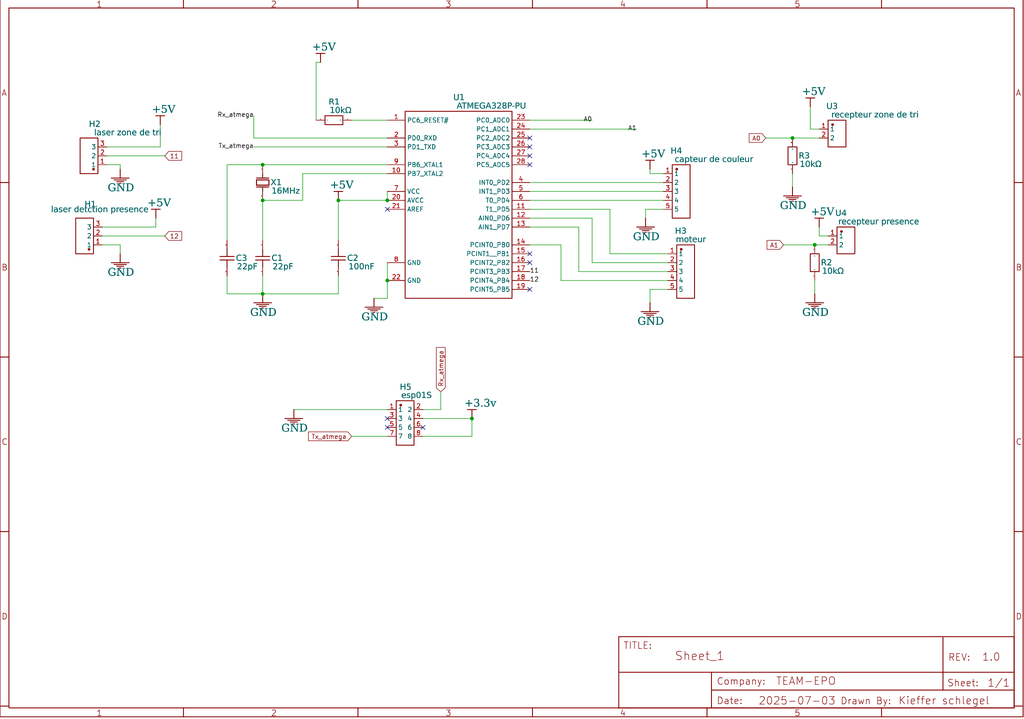
<source format=kicad_sch>
(kicad_sch (version 20250114) (generator "eeschema") (generator_version "9.0")
  (paper "User" 292.1 205.105)
  (lib_symbols
    (symbol "+3.3v" (power) (pin_numbers (hide yes)) (pin_names (hide yes))
      (property "Value" "+3.3v" (at 0 -3.81 0))
      (symbol "+3.3v_0_0"
        (polyline (pts (xy -1.27 -2.54) (xy 1.27 -2.54)) (stroke (width 0.254)))
        (polyline (pts (xy 0 0) (xy 0 -2.54)) (stroke (width 0.254)))
        (pin power_in line (at 0 0 270) (length 0) (name "+3.3v") (number "1"))
      )
    )
    (symbol "+5V" (power) (pin_numbers (hide yes)) (pin_names (hide yes))
      (property "Value" "+5V" (at 0 -3.81 0))
      (symbol "+5V_0_0"
        (polyline (pts (xy -1.27 -2.54) (xy 1.27 -2.54)) (stroke (width 0.254)))
        (polyline (pts (xy 0 0) (xy 0 -2.54)) (stroke (width 0.254)))
        (pin power_in line (at 0 0 270) (length 0) (name "+5V") (number "1"))
      )
    )
    (symbol "ATMEGA328P-PU"
      (property "Reference" "U1" (at -1.4986 31.4833 0))
      (property "Value" "ATMEGA328P-PU" (at -1.4986 29.1211 0))
      (symbol "ATMEGA328P-PU_0_0"
        (rectangle (start -15.24 26.67) (end 15.24 -26.67) (stroke (width 0.254)))
        (pin bidirectional line (at -20.32 24.13 0) (length 5.08) (name "PC6_RESET#") (number "1"))
        (pin bidirectional line (at -20.32 19.05 0) (length 5.08) (name "PD0_RXD") (number "2"))
        (pin bidirectional line (at -20.32 16.51 0) (length 5.08) (name "PD1_TXD") (number "3"))
        (pin bidirectional line (at -20.32 11.43 0) (length 5.08) (name "PB6_XTAL1") (number "9"))
        (pin bidirectional line (at -20.32 8.89 0) (length 5.08) (name "PB7_XTAL2") (number "10"))
        (pin passive line (at -20.32 3.81 0) (length 5.08) (name "VCC") (number "7"))
        (pin passive line (at -20.32 1.27 0) (length 5.08) (name "AVCC") (number "20"))
        (pin passive line (at -20.32 -1.27 0) (length 5.08) (name "AREF") (number "21"))
        (pin passive line (at -20.32 -16.51 0) (length 5.08) (name "GND") (number "8"))
        (pin passive line (at -20.32 -21.59 0) (length 5.08) (name "GND") (number "22"))
        (pin bidirectional line (at 20.32 24.13 180) (length 5.08) (name "PC0_ADC0") (number "23"))
        (pin bidirectional line (at 20.32 21.59 180) (length 5.08) (name "PC1_ADC1") (number "24"))
        (pin bidirectional line (at 20.32 19.05 180) (length 5.08) (name "PC2_ADC2") (number "25"))
        (pin bidirectional line (at 20.32 16.51 180) (length 5.08) (name "PC3_ADC3") (number "26"))
        (pin bidirectional line (at 20.32 13.97 180) (length 5.08) (name "PC4_ADC4") (number "27"))
        (pin bidirectional line (at 20.32 11.43 180) (length 5.08) (name "PC5_ADC5") (number "28"))
        (pin bidirectional line (at 20.32 6.35 180) (length 5.08) (name "INT0_PD2") (number "4"))
        (pin bidirectional line (at 20.32 3.81 180) (length 5.08) (name "INT1_PD3") (number "5"))
        (pin bidirectional line (at 20.32 1.27 180) (length 5.08) (name "T0_PD4") (number "6"))
        (pin bidirectional line (at 20.32 -1.27 180) (length 5.08) (name "T1_PD5") (number "11"))
        (pin bidirectional line (at 20.32 -3.81 180) (length 5.08) (name "AIN0_PD6") (number "12"))
        (pin bidirectional line (at 20.32 -6.35 180) (length 5.08) (name "AIN1_PD7") (number "13"))
        (pin bidirectional line (at 20.32 -11.43 180) (length 5.08) (name "PCINT0_PB0") (number "14"))
        (pin bidirectional line (at 20.32 -13.97 180) (length 5.08) (name "PCINT1__PB1") (number "15"))
        (pin bidirectional line (at 20.32 -16.51 180) (length 5.08) (name "PCINT2_PB2") (number "16"))
        (pin bidirectional line (at 20.32 -19.05 180) (length 5.08) (name "PCINT3_PB3") (number "17"))
        (pin bidirectional line (at 20.32 -21.59 180) (length 5.08) (name "PCINT4_PB4") (number "18"))
        (pin bidirectional line (at 20.32 -24.13 180) (length 5.08) (name "PCINT5_PB5") (number "19"))
      )
    )
    (symbol "GND" (power) (pin_numbers (hide yes)) (pin_names (hide yes))
      (property "Value" "GND" (at 0 -6.35 0))
      (symbol "GND_0_0"
        (polyline (pts (xy -2.54 -2.54) (xy 2.54 -2.54)) (stroke (width 0.254)))
        (polyline (pts (xy -1.778 -3.048) (xy 1.778 -3.048)) (stroke (width 0.254)))
        (polyline (pts (xy -1.016 -3.556) (xy 1.016 -3.556)) (stroke (width 0.254)))
        (polyline (pts (xy -0.254 -4.064) (xy 0.254 -4.064)) (stroke (width 0.254)))
        (polyline (pts (xy 0 0) (xy 0 -2.54)) (stroke (width 0.254)))
        (pin power_in line (at 0 0 270) (length 0) (name "GND") (number "1"))
      )
    )
    (symbol "MBB02070C1002FCT00"
      (property "Reference" "R1" (at -1.4986 6.0833 0))
      (property "Value" "10kΩ" (at -1.4986 3.7211 0))
      (symbol "MBB02070C1002FCT00_0_0"
        (rectangle (start -2.54 1.27) (end 2.54 -1.27) (stroke (width 0.254)))
        (pin unspecified line (at -5.08 0 0) (length 2.54) (name "1") (number "1"))
        (pin unspecified line (at 5.08 0 180) (length 2.54) (name "2") (number "2"))
      )
    )
    (symbol "MBB02070C1002FCT00_1"
      (property "Reference" "R2" (at 1.778 0.8763 0))
      (property "Value" "10kΩ" (at 1.778 -1.4859 0))
      (symbol "MBB02070C1002FCT00_1_0_0"
        (rectangle (start -1.27 2.54) (end 1.27 -2.54) (stroke (width 0.254)))
        (pin unspecified line (at 0 5.08 270) (length 2.54) (name "2") (number "2"))
        (pin unspecified line (at 0 -5.08 90) (length 2.54) (name "1") (number "1"))
      )
    )
    (symbol "MBB02070C1002FCT00_2"
      (property "Reference" "R3" (at 1.778 0.8763 0))
      (property "Value" "10kΩ" (at 1.778 -1.4859 0))
      (symbol "MBB02070C1002FCT00_2_0_0"
        (rectangle (start -1.27 2.54) (end 1.27 -2.54) (stroke (width 0.254)))
        (pin unspecified line (at 0 5.08 270) (length 2.54) (name "2") (number "2"))
        (pin unspecified line (at 0 -5.08 90) (length 2.54) (name "1") (number "1"))
      )
    )
    (symbol "PZ254V-11-03P_C2937625"
      (property "Reference" "H1" (at 0 9.8933 0))
      (property "Value" "laser detction presence" (at -10.9728 8.4709 0))
      (symbol "PZ254V-11-03P_C2937625_0_0"
        (rectangle (start -2.54 5.08) (end 2.54 -5.08) (stroke (width 0.254)))
        (circle (center 1.27 -3.81) (radius 0.254) (stroke (width 0.254)) (fill (type outline)))
        (pin unspecified line (at 5.08 2.54 180) (length 2.54) (name "3") (number "3"))
        (pin unspecified line (at 5.08 0 180) (length 2.54) (name "2") (number "2"))
        (pin unspecified line (at 5.08 -2.54 180) (length 2.54) (name "1") (number "1"))
      )
    )
    (symbol "PZ254V-11-03P_C2937625_1"
      (property "Reference" "H2" (at 0 9.8933 0))
      (property "Value" "laser zone de tri" (at 0 7.5311 0))
      (symbol "PZ254V-11-03P_C2937625_1_0_0"
        (rectangle (start -2.54 5.08) (end 2.54 -5.08) (stroke (width 0.254)))
        (circle (center 1.27 -3.81) (radius 0.254) (stroke (width 0.254)) (fill (type outline)))
        (pin unspecified line (at 5.08 2.54 180) (length 2.54) (name "3") (number "3"))
        (pin unspecified line (at 5.08 0 180) (length 2.54) (name "2") (number "2"))
        (pin unspecified line (at 5.08 -2.54 180) (length 2.54) (name "1") (number "1"))
      )
    )
    (symbol "PZ254V-11-05P"
      (property "Reference" "H3" (at -3.0226 12.4333 0))
      (property "Value" "moteur" (at -3.0226 10.0711 0))
      (symbol "PZ254V-11-05P_0_0"
        (rectangle (start -2.54 7.62) (end 2.54 -7.62) (stroke (width 0.254)))
        (circle (center -1.27 6.35) (radius 0.254) (stroke (width 0.254)) (fill (type outline)))
        (pin unspecified line (at -5.08 5.08 0) (length 2.54) (name "1") (number "1"))
        (pin unspecified line (at -5.08 2.54 0) (length 2.54) (name "2") (number "2"))
        (pin unspecified line (at -5.08 0 0) (length 2.54) (name "3") (number "3"))
        (pin unspecified line (at -5.08 -2.54 0) (length 2.54) (name "4") (number "4"))
        (pin unspecified line (at -5.08 -5.08 0) (length 2.54) (name "5") (number "5"))
      )
    )
    (symbol "PZ254V-11-05P_1"
      (property "Reference" "H4" (at -3.0226 12.4333 0))
      (property "Value" "capteur de couleur" (at -3.0226 10.0711 0))
      (symbol "PZ254V-11-05P_1_0_0"
        (rectangle (start -2.54 7.62) (end 2.54 -7.62) (stroke (width 0.254)))
        (circle (center -1.27 6.35) (radius 0.254) (stroke (width 0.254)) (fill (type outline)))
        (pin unspecified line (at -5.08 5.08 0) (length 2.54) (name "1") (number "1"))
        (pin unspecified line (at -5.08 2.54 0) (length 2.54) (name "2") (number "2"))
        (pin unspecified line (at -5.08 0 0) (length 2.54) (name "3") (number "3"))
        (pin unspecified line (at -5.08 -2.54 0) (length 2.54) (name "4") (number "4"))
        (pin unspecified line (at -5.08 -5.08 0) (length 2.54) (name "5") (number "5"))
      )
    )
    (symbol "Unknown_0_-806"
      (symbol "Unknown_0_-806_0_0"
        (rectangle (start 0 0) (end 291.846 -204.724) (stroke (width 0.254)))
        (rectangle (start 2.54 -2.54) (end 289.306 -202.184) (stroke (width 0.254)))
        (polyline (pts (xy 2.54 -52.324) (xy 0 -52.324)) (stroke (width 0.254)))
        (polyline (pts (xy 2.54 -102.108) (xy 0 -102.108)) (stroke (width 0.254)))
        (polyline (pts (xy 2.54 -151.892) (xy 0 -151.892)) (stroke (width 0.254)))
        (polyline (pts (xy 2.54 -201.676) (xy 0 -201.676)) (stroke (width 0.254)))
        (polyline (pts (xy 52.324 -2.54) (xy 52.324 0)) (stroke (width 0.254)))
        (polyline (pts (xy 52.324 -202.184) (xy 52.324 -204.724)) (stroke (width 0.254)))
        (polyline (pts (xy 102.108 -2.54) (xy 102.108 0)) (stroke (width 0.254)))
        (polyline (pts (xy 102.108 -202.184) (xy 102.108 -204.724)) (stroke (width 0.254)))
        (polyline (pts (xy 151.892 -2.54) (xy 151.892 0)) (stroke (width 0.254)))
        (polyline (pts (xy 151.892 -202.184) (xy 151.892 -204.724)) (stroke (width 0.254)))
        (rectangle (start 176.5046 -181.864) (end 289.2806 -202.184) (stroke (width 0.254)))
        (polyline (pts (xy 176.53 -192.024) (xy 289.052 -192.024)) (stroke (width 0.254)))
        (polyline (pts (xy 201.676 -2.54) (xy 201.676 0)) (stroke (width 0.254)))
        (polyline (pts (xy 201.676 -202.184) (xy 201.676 -204.724)) (stroke (width 0.254)))
        (polyline (pts (xy 202.946 -192.024) (xy 202.946 -202.184)) (stroke (width 0.254)))
        (polyline (pts (xy 202.946 -197.104) (xy 289.052 -197.104)) (stroke (width 0.254)))
        (polyline (pts (xy 251.46 -2.54) (xy 251.46 0)) (stroke (width 0.254)))
        (polyline (pts (xy 251.46 -202.184) (xy 251.46 -204.724)) (stroke (width 0.254)))
        (polyline (pts (xy 268.986 -182.118) (xy 268.986 -192.024)) (stroke (width 0.254)))
        (polyline (pts (xy 268.986 -192.024) (xy 268.986 -197.104)) (stroke (width 0.254)))
        (polyline (pts (xy 289.306 -52.324) (xy 291.846 -52.324)) (stroke (width 0.254)))
        (polyline (pts (xy 289.306 -102.108) (xy 291.846 -102.108)) (stroke (width 0.254)))
        (polyline (pts (xy 289.306 -151.892) (xy 291.846 -151.892)) (stroke (width 0.254)))
        (polyline (pts (xy 289.306 -201.676) (xy 291.846 -201.676)) (stroke (width 0.254)))
        (text "A" (at 0.381 -25.7429 0) (effects (font (size 1.6891 1.6891)) (justify left top)))
        (text "B" (at 0.381 -75.5269 0) (effects (font (size 1.6891 1.6891)) (justify left top)))
        (text "C" (at 0.381 -125.3109 0) (effects (font (size 1.6891 1.6891)) (justify left top)))
        (text "D" (at 0.381 -175.0949 0) (effects (font (size 1.6891 1.6891)) (justify left top)))
        (text "1" (at 27.432 -0.4699 0) (effects (font (size 1.6891 1.6891)) (justify left top)))
        (text "1" (at 27.432 -202.6539 0) (effects (font (size 1.6891 1.6891)) (justify left top)))
        (text "2" (at 77.216 -0.4699 0) (effects (font (size 1.6891 1.6891)) (justify left top)))
        (text "2" (at 77.216 -202.6539 0) (effects (font (size 1.6891 1.6891)) (justify left top)))
        (text "3" (at 127 -0.4699 0) (effects (font (size 1.6891 1.6891)) (justify left top)))
        (text "3" (at 127 -202.6539 0) (effects (font (size 1.6891 1.6891)) (justify left top)))
        (text "4" (at 176.784 -0.4699 0) (effects (font (size 1.6891 1.6891)) (justify left top)))
        (text "4" (at 176.784 -202.6539 0) (effects (font (size 1.6891 1.6891)) (justify left top)))
        (text "TITLE:" (at 177.7746 -183.2356 0) (effects (font (size 1.9304 1.9304)) (justify left top)))
        (text "Sheet_1" (at 192.4304 -185.928 0) (effects (font (size 2.413 2.413)) (justify left top)))
        (text "Company:" (at 204.3684 -193.4464 0) (effects (font (size 1.9304 1.9304)) (justify left top)))
        (text "Date:" (at 204.3684 -198.9836 0) (effects (font (size 1.9304 1.9304)) (justify left top)))
        (text "2025-07-03" (at 216.3064 -198.8439 0) (effects (font (size 2.1717 2.1717)) (justify left top)))
        (text "TEAM-EPO" (at 221.2848 -193.2305 0) (effects (font (size 2.1717 2.1717)) (justify left top)))
        (text "5" (at 226.568 -0.4699 0) (effects (font (size 1.6891 1.6891)) (justify left top)))
        (text "5" (at 226.568 -202.6539 0) (effects (font (size 1.6891 1.6891)) (justify left top)))
        (text "Drawn By:" (at 239.6744 -199.0344 0) (effects (font (size 1.9304 1.9304)) (justify left top)))
        (text "Kieffer schlegel" (at 256.1844 -198.7931 0) (effects (font (size 2.1717 2.1717)) (justify left top)))
        (text "Sheet:" (at 270.1544 -193.9036 0) (effects (font (size 1.9304 1.9304)) (justify left top)))
        (text "REV:" (at 270.4084 -186.5884 0) (effects (font (size 1.9304 1.9304)) (justify left top)))
        (text "1.0" (at 280.0604 -186.3471 0) (effects (font (size 2.1717 2.1717)) (justify left top)))
        (text "1/1" (at 281.5844 -193.7639 0) (effects (font (size 2.1717 2.1717)) (justify left top)))
        (text "A" (at 289.687 -25.7429 0) (effects (font (size 1.6891 1.6891)) (justify left top)))
        (text "B" (at 289.687 -75.5269 0) (effects (font (size 1.6891 1.6891)) (justify left top)))
        (text "C" (at 289.687 -125.3109 0) (effects (font (size 1.6891 1.6891)) (justify left top)))
        (text "D" (at 289.687 -175.0949 0) (effects (font (size 1.6891 1.6891)) (justify left top)))
      )
    )
    (symbol "X49SD16MSD2SC"
      (property "Reference" "X1" (at 2.286 0.8763 0))
      (property "Value" "16MHz" (at 2.286 -1.4859 0))
      (symbol "X49SD16MSD2SC_0_0"
        (polyline (pts (xy -1.778 1.27) (xy 1.778 1.27)) (stroke (width 0.254)))
        (polyline (pts (xy -1.778 0.762) (xy 1.778 0.762) (xy 1.778 -0.762) (xy -1.778 -0.762)) (stroke (width 0.254)))
        (polyline (pts (xy -1.778 -0.762) (xy -1.778 0.762)) (stroke (width 0.254)))
        (polyline (pts (xy -1.778 -1.27) (xy 1.778 -1.27)) (stroke (width 0.254)))
        (polyline (pts (xy -1.016 1.27) (xy 1.016 1.27)) (stroke (width 0.254)))
        (polyline (pts (xy -1.016 -1.27) (xy 1.016 -1.27)) (stroke (width 0.254)))
        (polyline (pts (xy 0 2.54) (xy 0 1.524)) (stroke (width 0.254)))
        (polyline (pts (xy 0 -2.54) (xy 0 -1.524)) (stroke (width 0.254)))
        (polyline (pts (xy 1.778 -0.762) (xy -1.778 -0.762) (xy -1.778 0.762) (xy 1.778 0.762) (xy 1.778 -0.762)) (stroke (width 0.254)))
        (pin input line (at 0 5.08 270) (length 2.54) (name "OSC1") (number "1"))
        (pin input line (at 0 -5.08 90) (length 2.54) (name "OSC2") (number "2"))
      )
    )
    (symbol "X6521FV-2×04-C85D32"
      (property "Reference" "H5" (at -1.4986 11.0871 0))
      (property "Value" "esp01S" (at -1.4986 8.8011 0))
      (symbol "X6521FV-2×04-C85D32_0_0"
        (rectangle (start -2.54 6.35) (end 2.54 -6.35) (stroke (width 0.254)))
        (circle (center -1.27 5.08) (radius 0.254) (stroke (width 0.254)) (fill (type outline)))
        (pin unspecified line (at -5.08 3.81 0) (length 2.54) (name "1") (number "1"))
        (pin unspecified line (at -5.08 1.27 0) (length 2.54) (name "3") (number "3"))
        (pin unspecified line (at -5.08 -1.27 0) (length 2.54) (name "5") (number "5"))
        (pin unspecified line (at -5.08 -3.81 0) (length 2.54) (name "7") (number "7"))
        (pin unspecified line (at 5.08 3.81 180) (length 2.54) (name "2") (number "2"))
        (pin unspecified line (at 5.08 1.27 180) (length 2.54) (name "4") (number "4"))
        (pin unspecified line (at 5.08 -1.27 180) (length 2.54) (name "6") (number "6"))
        (pin unspecified line (at 5.08 -3.81 180) (length 2.54) (name "8") (number "8"))
      )
    )
    (symbol "Y5P102K2KV16CC0224"
      (property "Reference" "C1" (at 2.54 0.8763 0))
      (property "Value" "22pF" (at 2.54 -1.4859 0))
      (symbol "Y5P102K2KV16CC0224_0_0"
        (polyline (pts (xy -2.032 0.508) (xy 2.032 0.508)) (stroke (width 0.254)))
        (polyline (pts (xy 0 2.54) (xy 0 0.508)) (stroke (width 0.254)))
        (polyline (pts (xy 0 -0.508) (xy 0 -2.54)) (stroke (width 0.254)))
        (polyline (pts (xy 2.032 -0.508) (xy -2.032 -0.508)) (stroke (width 0.254)))
        (pin unspecified line (at 0 5.08 270) (length 2.54) (name "2") (number "2"))
        (pin unspecified line (at 0 -5.08 90) (length 2.54) (name "1") (number "1"))
      )
    )
    (symbol "Y5P102K2KV16CC0224_1"
      (property "Reference" "C2" (at 2.54 0.8763 0))
      (property "Value" "100nF" (at 2.54 -1.4859 0))
      (symbol "Y5P102K2KV16CC0224_1_0_0"
        (polyline (pts (xy -2.032 0.508) (xy 2.032 0.508)) (stroke (width 0.254)))
        (polyline (pts (xy 0 2.54) (xy 0 0.508)) (stroke (width 0.254)))
        (polyline (pts (xy 0 -0.508) (xy 0 -2.54)) (stroke (width 0.254)))
        (polyline (pts (xy 2.032 -0.508) (xy -2.032 -0.508)) (stroke (width 0.254)))
        (pin unspecified line (at 0 5.08 270) (length 2.54) (name "2") (number "2"))
        (pin unspecified line (at 0 -5.08 90) (length 2.54) (name "1") (number "1"))
      )
    )
    (symbol "Y5P102K2KV16CC0224_2"
      (property "Reference" "C3" (at 2.54 0.8763 0))
      (property "Value" "22pF" (at 2.54 -1.4859 0))
      (symbol "Y5P102K2KV16CC0224_2_0_0"
        (polyline (pts (xy -2.032 0.508) (xy 2.032 0.508)) (stroke (width 0.254)))
        (polyline (pts (xy 0 2.54) (xy 0 0.508)) (stroke (width 0.254)))
        (polyline (pts (xy 0 -0.508) (xy 0 -2.54)) (stroke (width 0.254)))
        (polyline (pts (xy 2.032 -0.508) (xy -2.032 -0.508)) (stroke (width 0.254)))
        (pin unspecified line (at 0 5.08 270) (length 2.54) (name "2") (number "2"))
        (pin unspecified line (at 0 -5.08 90) (length 2.54) (name "1") (number "1"))
      )
    )
    (symbol "ZX-PM2.54-1-2PY"
      (property "Reference" "U4" (at -3.0226 8.6233 0))
      (property "Value" "recepteur presence" (at -3.0226 6.2611 0))
      (symbol "ZX-PM2.54-1-2PY_0_0"
        (rectangle (start -2.54 3.81) (end 2.54 -3.81) (stroke (width 0.254)))
        (circle (center -1.27 2.54) (radius 0.254) (stroke (width 0.254)) (fill (type outline)))
        (pin unspecified line (at -5.08 1.27 0) (length 2.54) (name "1") (number "1"))
        (pin unspecified line (at -5.08 -1.27 0) (length 2.54) (name "2") (number "2"))
      )
    )
    (symbol "ZX-PM2.54-1-2PY_1"
      (property "Reference" "U3" (at -3.0226 8.6233 0))
      (property "Value" "recepteur zone de tri" (at -3.0226 6.2611 0))
      (symbol "ZX-PM2.54-1-2PY_1_0_0"
        (rectangle (start -2.54 3.81) (end 2.54 -3.81) (stroke (width 0.254)))
        (circle (center -1.27 2.54) (radius 0.254) (stroke (width 0.254)) (fill (type outline)))
        (pin unspecified line (at -5.08 1.27 0) (length 2.54) (name "1") (number "1"))
        (pin unspecified line (at -5.08 -1.27 0) (length 2.54) (name "2") (number "2"))
      )
    )
  )
  (junction (at 110.49 57.15))
  (junction (at 74.93 46.99))
  (junction (at 96.52 57.15))
  (junction (at 134.62 119.38))
  (junction (at 74.93 83.82))
  (junction (at 74.93 57.15))
  (junction (at 110.49 80.01))
  (junction (at 232.41 69.85))
  (junction (at 226.06 39.37))
  (no_connect (at 110.49 121.92))
  (no_connect (at 110.49 119.38))
  (no_connect (at 151.13 46.99))
  (no_connect (at 151.13 74.93))
  (no_connect (at 151.13 72.39))
  (no_connect (at 151.13 41.91))
  (no_connect (at 151.13 82.55))
  (no_connect (at 151.13 44.45))
  (no_connect (at 120.65 121.92))
  (no_connect (at 110.49 59.69))
  (no_connect (at 151.13 39.37))
  (wire (pts (xy 30.48 44.45) (xy 46.99 44.45)))
  (wire (pts (xy 134.62 119.38) (xy 120.65 119.38)))
  (wire (pts (xy 160.02 69.85) (xy 160.02 80.01)))
  (wire (pts (xy 120.65 116.84) (xy 125.73 116.84)))
  (wire (pts (xy 96.52 68.58) (xy 96.52 57.15)))
  (wire (pts (xy 151.13 57.15) (xy 189.23 57.15)))
  (wire (pts (xy 185.42 82.55) (xy 185.42 86.36)))
  (wire (pts (xy 110.49 116.84) (xy 83.82 116.84)))
  (wire (pts (xy 151.13 64.77) (xy 165.1 64.77)))
  (wire (pts (xy 110.49 34.29) (xy 100.33 34.29)))
  (wire (pts (xy 168.91 74.93) (xy 190.5 74.93)))
  (wire (pts (xy 236.22 67.31) (xy 233.68 67.31)))
  (wire (pts (xy 218.44 39.37) (xy 226.06 39.37)))
  (wire (pts (xy 223.52 69.85) (xy 232.41 69.85)))
  (wire (pts (xy 96.52 78.74) (xy 96.52 83.82)))
  (wire (pts (xy 181.61 36.83) (xy 151.13 36.83)))
  (wire (pts (xy 96.52 57.15) (xy 110.49 57.15)))
  (wire (pts (xy 226.06 39.37) (xy 233.68 39.37)))
  (wire (pts (xy 151.13 59.69) (xy 173.99 59.69)))
  (wire (pts (xy 189.23 59.69) (xy 184.15 59.69)))
  (wire (pts (xy 110.49 80.01) (xy 110.49 85.09)))
  (wire (pts (xy 185.42 48.26) (xy 185.42 49.53)))
  (wire (pts (xy 165.1 64.77) (xy 165.1 77.47)))
  (wire (pts (xy 190.5 82.55) (xy 185.42 82.55)))
  (wire (pts (xy 185.42 49.53) (xy 189.23 49.53)))
  (wire (pts (xy 30.48 46.99) (xy 34.29 46.99)))
  (wire (pts (xy 34.29 69.85) (xy 34.29 72.39)))
  (wire (pts (xy 44.45 64.77) (xy 44.45 62.23)))
  (wire (pts (xy 29.21 64.77) (xy 44.45 64.77)))
  (wire (pts (xy 90.17 17.78) (xy 91.44 17.78)))
  (wire (pts (xy 134.62 124.46) (xy 134.62 119.38)))
  (wire (pts (xy 110.49 57.15) (xy 110.49 54.61)))
  (wire (pts (xy 74.93 68.58) (xy 74.93 57.15)))
  (wire (pts (xy 231.14 36.83) (xy 231.14 30.48)))
  (wire (pts (xy 30.48 41.91) (xy 45.72 41.91)))
  (wire (pts (xy 232.41 80.01) (xy 232.41 83.82)))
  (wire (pts (xy 72.39 33.02) (xy 72.39 39.37)))
  (wire (pts (xy 74.93 57.15) (xy 86.36 57.15)))
  (wire (pts (xy 72.39 41.91) (xy 110.49 41.91)))
  (wire (pts (xy 120.65 124.46) (xy 134.62 124.46)))
  (wire (pts (xy 125.73 116.84) (xy 125.73 111.76)))
  (wire (pts (xy 168.91 62.23) (xy 168.91 74.93)))
  (wire (pts (xy 64.77 68.58) (xy 64.77 46.99)))
  (wire (pts (xy 90.17 34.29) (xy 90.17 17.78)))
  (wire (pts (xy 226.06 49.53) (xy 226.06 53.34)))
  (wire (pts (xy 110.49 85.09) (xy 106.68 85.09)))
  (wire (pts (xy 184.15 59.69) (xy 184.15 62.23)))
  (wire (pts (xy 160.02 80.01) (xy 190.5 80.01)))
  (wire (pts (xy 168.91 34.29) (xy 151.13 34.29)))
  (wire (pts (xy 74.93 46.99) (xy 110.49 46.99)))
  (wire (pts (xy 45.72 41.91) (xy 45.72 35.56)))
  (wire (pts (xy 64.77 46.99) (xy 74.93 46.99)))
  (wire (pts (xy 72.39 39.37) (xy 110.49 39.37)))
  (wire (pts (xy 34.29 46.99) (xy 34.29 48.26)))
  (wire (pts (xy 173.99 59.69) (xy 173.99 72.39)))
  (wire (pts (xy 86.36 49.53) (xy 110.49 49.53)))
  (wire (pts (xy 233.68 36.83) (xy 231.14 36.83)))
  (wire (pts (xy 151.13 62.23) (xy 168.91 62.23)))
  (wire (pts (xy 74.93 78.74) (xy 74.93 83.82)))
  (wire (pts (xy 151.13 54.61) (xy 189.23 54.61)))
  (wire (pts (xy 151.13 52.07) (xy 189.23 52.07)))
  (wire (pts (xy 29.21 69.85) (xy 34.29 69.85)))
  (wire (pts (xy 96.52 83.82) (xy 74.93 83.82)))
  (wire (pts (xy 173.99 72.39) (xy 190.5 72.39)))
  (wire (pts (xy 29.21 67.31) (xy 46.99 67.31)))
  (wire (pts (xy 64.77 83.82) (xy 64.77 78.74)))
  (wire (pts (xy 86.36 57.15) (xy 86.36 49.53)))
  (wire (pts (xy 233.68 67.31) (xy 233.68 64.77)))
  (wire (pts (xy 110.49 74.93) (xy 110.49 80.01)))
  (wire (pts (xy 232.41 69.85) (xy 236.22 69.85)))
  (wire (pts (xy 165.1 77.47) (xy 190.5 77.47)))
  (wire (pts (xy 64.77 83.82) (xy 74.93 83.82)))
  (wire (pts (xy 151.13 69.85) (xy 160.02 69.85)))
  (wire (pts (xy 110.49 124.46) (xy 100.33 124.46)))
  (label "Tx_atmega" (at 72.39 41.91 180))
  (label "11" (at 151.13 77.47 0))
  (label "Rx_atmega" (at 72.39 33.02 180))
  (label "12" (at 151.13 80.01 0))
  (label "A0" (at 168.91 34.29 180))
  (label "A1" (at 181.61 36.83 180))
  (global_label "Rx_atmega" (shape input) (at 125.73 111.76 90) (property "Intersheetrefs" "${INTERSHEET_REFS}" (effects (hide yes))))
  (global_label "A0" (shape input) (at 218.44 39.37 180) (property "Intersheetrefs" "${INTERSHEET_REFS}" (effects (hide yes))))
  (global_label "12" (shape input) (at 46.99 67.31 0) (property "Intersheetrefs" "${INTERSHEET_REFS}" (effects (hide yes))))
  (global_label "11" (shape input) (at 46.99 44.45 0) (property "Intersheetrefs" "${INTERSHEET_REFS}" (effects (hide yes))))
  (global_label "A1" (shape input) (at 223.52 69.85 180) (property "Intersheetrefs" "${INTERSHEET_REFS}" (effects (hide yes))))
  (global_label "Tx_atmega" (shape input) (at 100.33 124.46 180) (property "Intersheetrefs" "${INTERSHEET_REFS}" (effects (hide yes))))
  (symbol (lib_id "PZ254V-11-03P_C2937625_1") (at 25.4 44.45 0) (unit 0)
    (property "Reference" "H2" (at 25.4 34.5567 0) (effects (font (size 1.6891 1.6891)) (justify left top)))
    (property "Value" "laser zone de tri" (at 25.4 36.9189 0) (effects (font (size 1.6891 1.6891)) (justify left top)))
    (property "Manufacturer Part" "PZ254V-11-03P" (effects (hide yes)))
    (property "Manufacturer" "XFCN(兴飞)" (effects (hide yes)))
    (property "Supplier Part" "C2937625" (effects (hide yes)))
    (property "Supplier" "LCSC" (effects (hide yes)))
  )
  (symbol (lib_id "Y5P102K2KV16CC0224_1") (at 96.52 73.66 0) (unit 0)
    (property "Reference" "C2" (at 99.06 72.7837 0) (effects (font (size 1.6891 1.6891)) (justify left top)))
    (property "Value" "100nF" (at 99.06 75.1459 0) (effects (font (size 1.6891 1.6891)) (justify left top)))
    (property "Manufacturer Part" "Y5P102K2KV16CC0224" (effects (hide yes)))
    (property "Manufacturer" "KNSCHA(科尼盛)" (effects (hide yes)))
    (property "Supplier Part" "C2887266" (effects (hide yes)))
    (property "Supplier" "LCSC" (effects (hide yes)))
  )
  (symbol (lib_id "Unknown_0_-806") (at 0 -0.254 0) (unit 0)
    (property "Reference" "A" (effects (hide yes)))
    (property "Value" "A" (effects (hide yes)))
    (property "Manufacturer Part" "?" (effects (hide yes)))
  )
  (symbol (lib_id "+3.3v") (at 134.62 119.38 0) (mirror x) (unit 0)
    (property "Reference" "#PWR?" (effects (hide yes)))
    (property "Value" "+3.3v" (at 132.08 116.332 0) (effects (font (size 2.1717 2.1717)) (justify left top)))
    (property "Description" "Power symbol creates a global label with name '+3.3v'" (effects (hide yes)))
  )
  (symbol (lib_id "GND") (at 74.93 83.82 0) (unit 0)
    (property "Reference" "#PWR?" (effects (hide yes)))
    (property "Value" "GND" (at 71.628 90.424 0) (effects (font (size 2.1717 2.1717)) (justify left bottom)))
    (property "Description" "Power symbol creates a global label with name 'GND'" (effects (hide yes)))
  )
  (symbol (lib_id "+5V") (at 96.52 57.15 0) (mirror x) (unit 0)
    (property "Reference" "#PWR?" (effects (hide yes)))
    (property "Value" "+5V" (at 93.98 54.102 0) (effects (font (size 2.1717 2.1717)) (justify left top)))
    (property "Description" "Power symbol creates a global label with name '+5V'" (effects (hide yes)))
  )
  (symbol (lib_id "+5V") (at 231.14 30.48 0) (mirror x) (unit 0)
    (property "Reference" "#PWR?" (effects (hide yes)))
    (property "Value" "+5V" (at 228.6 27.432 0) (effects (font (size 2.1717 2.1717)) (justify left top)))
    (property "Description" "Power symbol creates a global label with name '+5V'" (effects (hide yes)))
  )
  (symbol (lib_id "X49SD16MSD2SC") (at 74.93 52.07 0) (unit 0)
    (property "Reference" "X1" (at 77.216 51.1937 0) (effects (font (size 1.6891 1.6891)) (justify left top)))
    (property "Value" "16MHz" (at 77.216 53.5559 0) (effects (font (size 1.6891 1.6891)) (justify left top)))
    (property "Manufacturer Part" "X49SD16MSD2SC" (effects (hide yes)))
    (property "Manufacturer" "YXC(扬兴晶振)" (effects (hide yes)))
    (property "Supplier Part" "C16212" (effects (hide yes)))
    (property "Supplier" "LCSC" (effects (hide yes)))
  )
  (symbol (lib_id "GND") (at 184.15 62.23 0) (unit 0)
    (property "Reference" "#PWR?" (effects (hide yes)))
    (property "Value" "GND" (at 180.848 68.834 0) (effects (font (size 2.1717 2.1717)) (justify left bottom)))
    (property "Description" "Power symbol creates a global label with name 'GND'" (effects (hide yes)))
  )
  (symbol (lib_id "+5V") (at 91.44 17.78 0) (mirror x) (unit 0)
    (property "Reference" "#PWR?" (effects (hide yes)))
    (property "Value" "+5V" (at 88.9 14.732 0) (effects (font (size 2.1717 2.1717)) (justify left top)))
    (property "Description" "Power symbol creates a global label with name '+5V'" (effects (hide yes)))
  )
  (symbol (lib_id "GND") (at 232.41 83.82 0) (unit 0)
    (property "Reference" "#PWR?" (effects (hide yes)))
    (property "Value" "GND" (at 229.108 90.424 0) (effects (font (size 2.1717 2.1717)) (justify left bottom)))
    (property "Description" "Power symbol creates a global label with name 'GND'" (effects (hide yes)))
  )
  (symbol (lib_id "+5V") (at 45.72 35.56 0) (mirror x) (unit 0)
    (property "Reference" "#PWR?" (effects (hide yes)))
    (property "Value" "+5V" (at 43.18 32.512 0) (effects (font (size 2.1717 2.1717)) (justify left top)))
    (property "Description" "Power symbol creates a global label with name '+5V'" (effects (hide yes)))
  )
  (symbol (lib_id "+5V") (at 44.45 62.23 0) (mirror x) (unit 0)
    (property "Reference" "#PWR?" (effects (hide yes)))
    (property "Value" "+5V" (at 41.91 59.182 0) (effects (font (size 2.1717 2.1717)) (justify left top)))
    (property "Description" "Power symbol creates a global label with name '+5V'" (effects (hide yes)))
  )
  (symbol (lib_id "GND") (at 34.29 48.26 0) (unit 0)
    (property "Reference" "#PWR?" (effects (hide yes)))
    (property "Value" "GND" (at 30.988 54.864 0) (effects (font (size 2.1717 2.1717)) (justify left bottom)))
    (property "Description" "Power symbol creates a global label with name 'GND'" (effects (hide yes)))
  )
  (symbol (lib_id "GND") (at 83.82 116.84 0) (unit 0)
    (property "Reference" "#PWR?" (effects (hide yes)))
    (property "Value" "GND" (at 80.518 123.444 0) (effects (font (size 2.1717 2.1717)) (justify left bottom)))
    (property "Description" "Power symbol creates a global label with name 'GND'" (effects (hide yes)))
  )
  (symbol (lib_id "GND") (at 106.68 85.09 0) (unit 0)
    (property "Reference" "#PWR?" (effects (hide yes)))
    (property "Value" "GND" (at 103.378 91.694 0) (effects (font (size 2.1717 2.1717)) (justify left bottom)))
    (property "Description" "Power symbol creates a global label with name 'GND'" (effects (hide yes)))
  )
  (symbol (lib_id "X6521FV-2×04-C85D32") (at 115.57 120.65 0) (unit 0)
    (property "Reference" "H5" (at 114.0714 109.5629 0) (effects (font (size 1.6891 1.6891)) (justify left top)))
    (property "Value" "esp01S" (at 114.0714 111.8489 0) (effects (font (size 1.6891 1.6891)) (justify left top)))
    (property "Manufacturer Part" "X6521FV-2x04-C85D32" (effects (hide yes)))
    (property "Manufacturer" "XKB Connectivity(中国星坤)" (effects (hide yes)))
    (property "Supplier Part" "C718232" (effects (hide yes)))
    (property "Supplier" "LCSC" (effects (hide yes)))
  )
  (symbol (lib_id "Y5P102K2KV16CC0224_2") (at 64.77 73.66 0) (unit 0)
    (property "Reference" "C3" (at 67.31 72.7837 0) (effects (font (size 1.6891 1.6891)) (justify left top)))
    (property "Value" "22pF" (at 67.31 75.1459 0) (effects (font (size 1.6891 1.6891)) (justify left top)))
    (property "Manufacturer Part" "Y5P102K2KV16CC0224" (effects (hide yes)))
    (property "Manufacturer" "KNSCHA(科尼盛)" (effects (hide yes)))
    (property "Supplier Part" "C2887266" (effects (hide yes)))
    (property "Supplier" "LCSC" (effects (hide yes)))
  )
  (symbol (lib_id "MBB02070C1002FCT00_2") (at 226.06 44.45 0) (unit 0)
    (property "Reference" "R3" (at 227.838 43.5737 0) (effects (font (size 1.6891 1.6891)) (justify left top)))
    (property "Value" "10kΩ" (at 227.838 45.9359 0) (effects (font (size 1.6891 1.6891)) (justify left top)))
    (property "Manufacturer Part" "MBB02070C1002FCT00" (effects (hide yes)))
    (property "Manufacturer" "VISHAY(威世)" (effects (hide yes)))
    (property "Supplier Part" "C1364513" (effects (hide yes)))
    (property "Supplier" "LCSC" (effects (hide yes)))
  )
  (symbol (lib_id "MBB02070C1002FCT00") (at 95.25 34.29 0) (unit 0)
    (property "Reference" "R1" (at 93.7514 28.2067 0) (effects (font (size 1.6891 1.6891)) (justify left top)))
    (property "Value" "10kΩ" (at 93.7514 30.5689 0) (effects (font (size 1.6891 1.6891)) (justify left top)))
    (property "Manufacturer Part" "MBB02070C1002FCT00" (effects (hide yes)))
    (property "Manufacturer" "VISHAY(威世)" (effects (hide yes)))
    (property "Supplier Part" "C1364513" (effects (hide yes)))
    (property "Supplier" "LCSC" (effects (hide yes)))
  )
  (symbol (lib_id "MBB02070C1002FCT00_1") (at 232.41 74.93 0) (unit 0)
    (property "Reference" "R2" (at 234.188 74.0537 0) (effects (font (size 1.6891 1.6891)) (justify left top)))
    (property "Value" "10kΩ" (at 234.188 76.4159 0) (effects (font (size 1.6891 1.6891)) (justify left top)))
    (property "Manufacturer Part" "MBB02070C1002FCT00" (effects (hide yes)))
    (property "Manufacturer" "VISHAY(威世)" (effects (hide yes)))
    (property "Supplier Part" "C1364513" (effects (hide yes)))
    (property "Supplier" "LCSC" (effects (hide yes)))
  )
  (symbol (lib_id "GND") (at 185.42 86.36 0) (unit 0)
    (property "Reference" "#PWR?" (effects (hide yes)))
    (property "Value" "GND" (at 182.118 92.964 0) (effects (font (size 2.1717 2.1717)) (justify left bottom)))
    (property "Description" "Power symbol creates a global label with name 'GND'" (effects (hide yes)))
  )
  (symbol (lib_id "ZX-PM2.54-1-2PY") (at 241.3 68.58 0) (unit 0)
    (property "Reference" "U4" (at 238.2774 59.9567 0) (effects (font (size 1.6891 1.6891)) (justify left top)))
    (property "Value" "recepteur presence" (at 238.2774 62.3189 0) (effects (font (size 1.6891 1.6891)) (justify left top)))
    (property "Manufacturer Part" "ZX-PM2.54-1-2PY" (effects (hide yes)))
    (property "Manufacturer" "Megastar(兆星)" (effects (hide yes)))
    (property "Supplier Part" "C7499322" (effects (hide yes)))
    (property "Supplier" "LCSC" (effects (hide yes)))
  )
  (symbol (lib_id "PZ254V-11-05P_1") (at 194.31 54.61 0) (unit 0)
    (property "Reference" "H4" (at 191.2874 42.1767 0) (effects (font (size 1.6891 1.6891)) (justify left top)))
    (property "Value" "capteur de couleur" (at 191.2874 44.5389 0) (effects (font (size 1.6891 1.6891)) (justify left top)))
    (property "Manufacturer Part" "PZ254V-11-05P" (effects (hide yes)))
    (property "Manufacturer" "XFCN(兴飞)" (effects (hide yes)))
    (property "Supplier Part" "C492404" (effects (hide yes)))
    (property "Supplier" "LCSC" (effects (hide yes)))
  )
  (symbol (lib_id "Y5P102K2KV16CC0224") (at 74.93 73.66 0) (unit 0)
    (property "Reference" "C1" (at 77.47 72.7837 0) (effects (font (size 1.6891 1.6891)) (justify left top)))
    (property "Value" "22pF" (at 77.47 75.1459 0) (effects (font (size 1.6891 1.6891)) (justify left top)))
    (property "Manufacturer Part" "Y5P102K2KV16CC0224" (effects (hide yes)))
    (property "Manufacturer" "KNSCHA(科尼盛)" (effects (hide yes)))
    (property "Supplier Part" "C2887266" (effects (hide yes)))
    (property "Supplier" "LCSC" (effects (hide yes)))
  )
  (symbol (lib_id "GND") (at 34.29 72.39 0) (unit 0)
    (property "Reference" "#PWR?" (effects (hide yes)))
    (property "Value" "GND" (at 30.988 78.994 0) (effects (font (size 2.1717 2.1717)) (justify left bottom)))
    (property "Description" "Power symbol creates a global label with name 'GND'" (effects (hide yes)))
  )
  (symbol (lib_id "ZX-PM2.54-1-2PY_1") (at 238.76 38.1 0) (unit 0)
    (property "Reference" "U3" (at 235.7374 29.4767 0) (effects (font (size 1.6891 1.6891)) (justify left top)))
    (property "Value" "recepteur zone de tri" (at 235.7374 31.8389 0) (effects (font (size 1.6891 1.6891)) (justify left top)))
    (property "Manufacturer Part" "ZX-PM2.54-1-2PY" (effects (hide yes)))
    (property "Manufacturer" "Megastar(兆星)" (effects (hide yes)))
    (property "Supplier Part" "C7499322" (effects (hide yes)))
    (property "Supplier" "LCSC" (effects (hide yes)))
  )
  (symbol (lib_id "ATMEGA328P-PU") (at 130.81 58.42 0) (unit 0)
    (property "Reference" "U1" (at 129.3114 26.9367 0) (effects (font (size 1.6891 1.6891)) (justify left top)))
    (property "Value" "ATMEGA328P-PU" (at 129.3114 29.2989 0) (effects (font (size 1.6891 1.6891)) (justify left top)))
    (property "Manufacturer Part" "ATMEGA328P-PU" (effects (hide yes)))
    (property "Manufacturer" "MICROCHIP(美国微芯)" (effects (hide yes)))
    (property "Supplier Part" "C33901" (effects (hide yes)))
    (property "Supplier" "LCSC" (effects (hide yes)))
  )
  (symbol (lib_id "+5V") (at 185.42 48.26 0) (mirror x) (unit 0)
    (property "Reference" "#PWR?" (effects (hide yes)))
    (property "Value" "+5V" (at 182.88 45.212 0) (effects (font (size 2.1717 2.1717)) (justify left top)))
    (property "Description" "Power symbol creates a global label with name '+5V'" (effects (hide yes)))
  )
  (symbol (lib_id "PZ254V-11-05P") (at 195.58 77.47 0) (unit 0)
    (property "Reference" "H3" (at 192.5574 65.0367 0) (effects (font (size 1.6891 1.6891)) (justify left top)))
    (property "Value" "moteur" (at 192.5574 67.3989 0) (effects (font (size 1.6891 1.6891)) (justify left top)))
    (property "Manufacturer Part" "PZ254V-11-05P" (effects (hide yes)))
    (property "Manufacturer" "XFCN(兴飞)" (effects (hide yes)))
    (property "Supplier Part" "C492404" (effects (hide yes)))
    (property "Supplier" "LCSC" (effects (hide yes)))
  )
  (symbol (lib_id "GND") (at 226.06 53.34 0) (unit 0)
    (property "Reference" "#PWR?" (effects (hide yes)))
    (property "Value" "GND" (at 222.758 59.944 0) (effects (font (size 2.1717 2.1717)) (justify left bottom)))
    (property "Description" "Power symbol creates a global label with name 'GND'" (effects (hide yes)))
  )
  (symbol (lib_id "PZ254V-11-03P_C2937625") (at 24.13 67.31 0) (unit 0)
    (property "Reference" "H1" (at 24.13 57.4167 0) (effects (font (size 1.6891 1.6891)) (justify left top)))
    (property "Value" "laser detction presence" (at 13.1572 58.8391 0) (effects (font (size 1.6891 1.6891)) (justify left top)))
    (property "Manufacturer Part" "PZ254V-11-03P" (effects (hide yes)))
    (property "Manufacturer" "XFCN(兴飞)" (effects (hide yes)))
    (property "Supplier Part" "C2937625" (effects (hide yes)))
    (property "Supplier" "LCSC" (effects (hide yes)))
  )
  (symbol (lib_id "+5V") (at 233.68 64.77 0) (mirror x) (unit 0)
    (property "Reference" "#PWR?" (effects (hide yes)))
    (property "Value" "+5V" (at 231.14 61.722 0) (effects (font (size 2.1717 2.1717)) (justify left top)))
    (property "Description" "Power symbol creates a global label with name '+5V'" (effects (hide yes)))
  )
)
</source>
